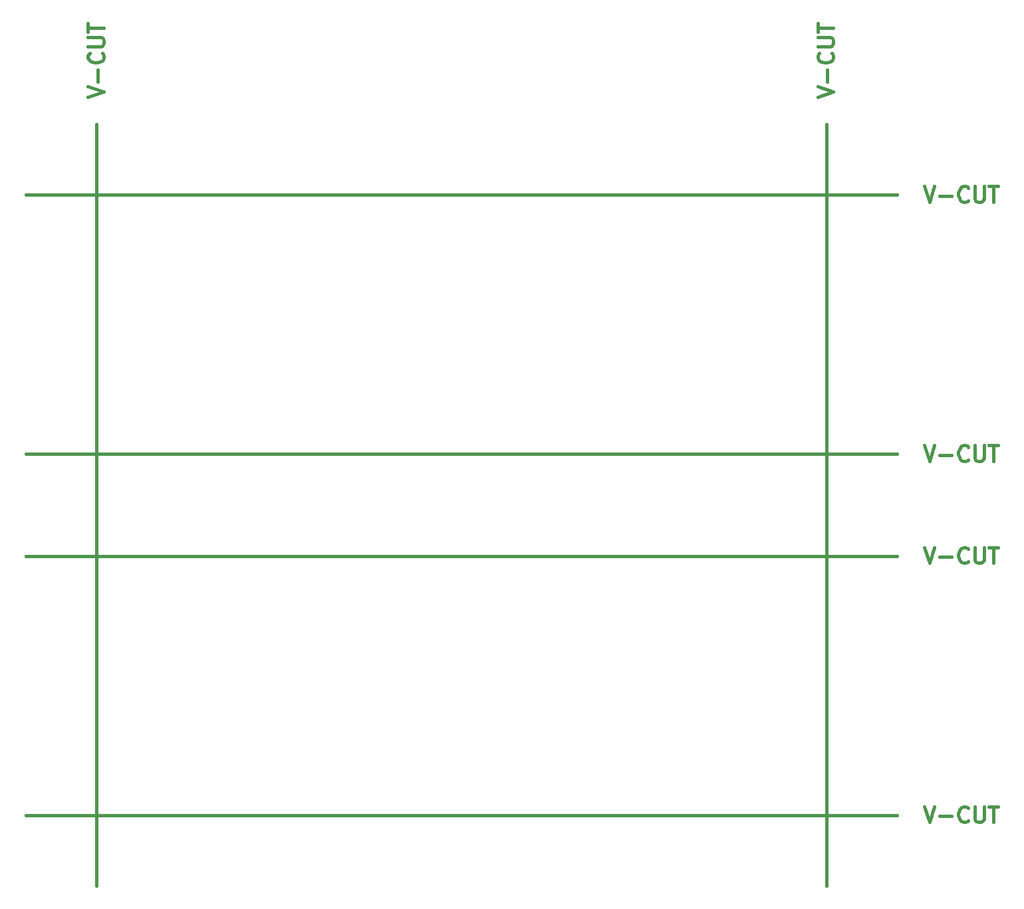
<source format=gbr>
G04 #@! TF.GenerationSoftware,KiCad,Pcbnew,(6.0.7)*
G04 #@! TF.CreationDate,2022-09-20T21:43:31+02:00*
G04 #@! TF.ProjectId,helios-panel,68656c69-6f73-42d7-9061-6e656c2e6b69,rev1.0*
G04 #@! TF.SameCoordinates,Original*
G04 #@! TF.FileFunction,Other,Comment*
%FSLAX46Y46*%
G04 Gerber Fmt 4.6, Leading zero omitted, Abs format (unit mm)*
G04 Created by KiCad (PCBNEW (6.0.7)) date 2022-09-20 21:43:31*
%MOMM*%
%LPD*%
G01*
G04 APERTURE LIST*
%ADD10C,0.400000*%
G04 APERTURE END LIST*
D10*
X98900000Y94040000D02*
X98900000Y-3000000D01*
X6000000Y94040000D02*
X6000000Y-3000000D01*
X-3000000Y52020000D02*
X107900000Y52020000D01*
X-3000000Y39020000D02*
X107900000Y39020000D01*
X-3000000Y85040000D02*
X107900000Y85040000D01*
X-3000000Y6000000D02*
X107900000Y6000000D01*
X111350476Y40115239D02*
X112017142Y38115239D01*
X112683809Y40115239D01*
X113350476Y38877143D02*
X114874285Y38877143D01*
X116969523Y38305715D02*
X116874285Y38210477D01*
X116588571Y38115239D01*
X116398095Y38115239D01*
X116112380Y38210477D01*
X115921904Y38400953D01*
X115826666Y38591429D01*
X115731428Y38972381D01*
X115731428Y39258096D01*
X115826666Y39639048D01*
X115921904Y39829524D01*
X116112380Y40020000D01*
X116398095Y40115239D01*
X116588571Y40115239D01*
X116874285Y40020000D01*
X116969523Y39924762D01*
X117826666Y40115239D02*
X117826666Y38496191D01*
X117921904Y38305715D01*
X118017142Y38210477D01*
X118207619Y38115239D01*
X118588571Y38115239D01*
X118779047Y38210477D01*
X118874285Y38305715D01*
X118969523Y38496191D01*
X118969523Y40115239D01*
X119636190Y40115239D02*
X120779047Y40115239D01*
X120207619Y38115239D02*
X120207619Y40115239D01*
X111350476Y53115239D02*
X112017142Y51115239D01*
X112683809Y53115239D01*
X113350476Y51877143D02*
X114874285Y51877143D01*
X116969523Y51305715D02*
X116874285Y51210477D01*
X116588571Y51115239D01*
X116398095Y51115239D01*
X116112380Y51210477D01*
X115921904Y51400953D01*
X115826666Y51591429D01*
X115731428Y51972381D01*
X115731428Y52258096D01*
X115826666Y52639048D01*
X115921904Y52829524D01*
X116112380Y53020000D01*
X116398095Y53115239D01*
X116588571Y53115239D01*
X116874285Y53020000D01*
X116969523Y52924762D01*
X117826666Y53115239D02*
X117826666Y51496191D01*
X117921904Y51305715D01*
X118017142Y51210477D01*
X118207619Y51115239D01*
X118588571Y51115239D01*
X118779047Y51210477D01*
X118874285Y51305715D01*
X118969523Y51496191D01*
X118969523Y53115239D01*
X119636190Y53115239D02*
X120779047Y53115239D01*
X120207619Y51115239D02*
X120207619Y53115239D01*
X111350476Y86135239D02*
X112017142Y84135239D01*
X112683809Y86135239D01*
X113350476Y84897143D02*
X114874285Y84897143D01*
X116969523Y84325715D02*
X116874285Y84230477D01*
X116588571Y84135239D01*
X116398095Y84135239D01*
X116112380Y84230477D01*
X115921904Y84420953D01*
X115826666Y84611429D01*
X115731428Y84992381D01*
X115731428Y85278096D01*
X115826666Y85659048D01*
X115921904Y85849524D01*
X116112380Y86040000D01*
X116398095Y86135239D01*
X116588571Y86135239D01*
X116874285Y86040000D01*
X116969523Y85944762D01*
X117826666Y86135239D02*
X117826666Y84516191D01*
X117921904Y84325715D01*
X118017142Y84230477D01*
X118207619Y84135239D01*
X118588571Y84135239D01*
X118779047Y84230477D01*
X118874285Y84325715D01*
X118969523Y84516191D01*
X118969523Y86135239D01*
X119636190Y86135239D02*
X120779047Y86135239D01*
X120207619Y84135239D02*
X120207619Y86135239D01*
X111350476Y7095239D02*
X112017142Y5095239D01*
X112683809Y7095239D01*
X113350476Y5857143D02*
X114874285Y5857143D01*
X116969523Y5285715D02*
X116874285Y5190477D01*
X116588571Y5095239D01*
X116398095Y5095239D01*
X116112380Y5190477D01*
X115921904Y5380953D01*
X115826666Y5571429D01*
X115731428Y5952381D01*
X115731428Y6238096D01*
X115826666Y6619048D01*
X115921904Y6809524D01*
X116112380Y7000000D01*
X116398095Y7095239D01*
X116588571Y7095239D01*
X116874285Y7000000D01*
X116969523Y6904762D01*
X117826666Y7095239D02*
X117826666Y5476191D01*
X117921904Y5285715D01*
X118017142Y5190477D01*
X118207619Y5095239D01*
X118588571Y5095239D01*
X118779047Y5190477D01*
X118874285Y5285715D01*
X118969523Y5476191D01*
X118969523Y7095239D01*
X119636190Y7095239D02*
X120779047Y7095239D01*
X120207619Y5095239D02*
X120207619Y7095239D01*
X97804761Y97490477D02*
X99804761Y98157143D01*
X97804761Y98823810D01*
X99042857Y99490477D02*
X99042857Y101014286D01*
X99614285Y103109524D02*
X99709523Y103014286D01*
X99804761Y102728572D01*
X99804761Y102538096D01*
X99709523Y102252381D01*
X99519047Y102061905D01*
X99328571Y101966667D01*
X98947619Y101871429D01*
X98661904Y101871429D01*
X98280952Y101966667D01*
X98090476Y102061905D01*
X97900000Y102252381D01*
X97804761Y102538096D01*
X97804761Y102728572D01*
X97900000Y103014286D01*
X97995238Y103109524D01*
X97804761Y103966667D02*
X99423809Y103966667D01*
X99614285Y104061905D01*
X99709523Y104157143D01*
X99804761Y104347620D01*
X99804761Y104728572D01*
X99709523Y104919048D01*
X99614285Y105014286D01*
X99423809Y105109524D01*
X97804761Y105109524D01*
X97804761Y105776191D02*
X97804761Y106919047D01*
X99804761Y106347619D02*
X97804761Y106347619D01*
X4904761Y97490477D02*
X6904761Y98157143D01*
X4904761Y98823810D01*
X6142857Y99490477D02*
X6142857Y101014286D01*
X6714285Y103109524D02*
X6809523Y103014286D01*
X6904761Y102728572D01*
X6904761Y102538096D01*
X6809523Y102252381D01*
X6619047Y102061905D01*
X6428571Y101966667D01*
X6047619Y101871429D01*
X5761904Y101871429D01*
X5380952Y101966667D01*
X5190476Y102061905D01*
X5000000Y102252381D01*
X4904761Y102538096D01*
X4904761Y102728572D01*
X5000000Y103014286D01*
X5095238Y103109524D01*
X4904761Y103966667D02*
X6523809Y103966667D01*
X6714285Y104061905D01*
X6809523Y104157143D01*
X6904761Y104347620D01*
X6904761Y104728572D01*
X6809523Y104919048D01*
X6714285Y105014286D01*
X6523809Y105109524D01*
X4904761Y105109524D01*
X4904761Y105776191D02*
X4904761Y106919047D01*
X6904761Y106347619D02*
X4904761Y106347619D01*
M02*

</source>
